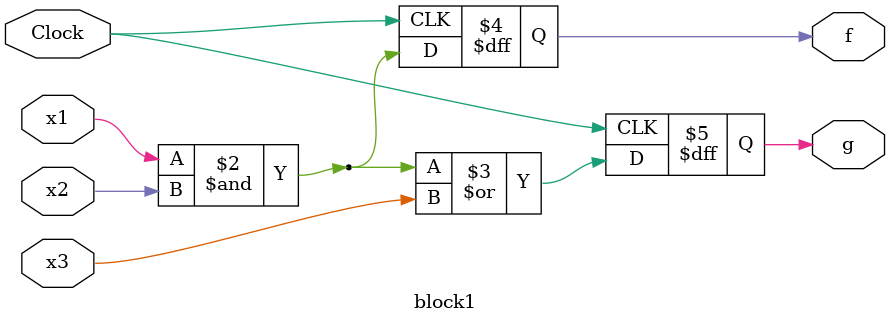
<source format=v>
module block1 (x1, x2, x3, Clock, f, g);
    
    input x1, x2, x3, Clock;
    output f, g;
    reg f, g;
    
    always @(posedge Clock)
    begin
      f = x1 & x2; 
      g = f | x3;
    end  
endmodule
</source>
